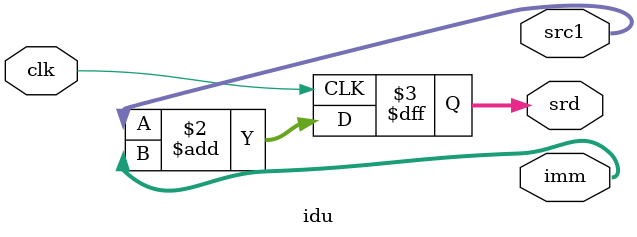
<source format=v>
module idu(
    input wire clk,
    output reg[31:0] src1,
    output reg[31:0] imm,
    output reg[31:0] srd
);

    always @(posedge clk)begin
        srd <= src1 + imm;
    end


endmodule

</source>
